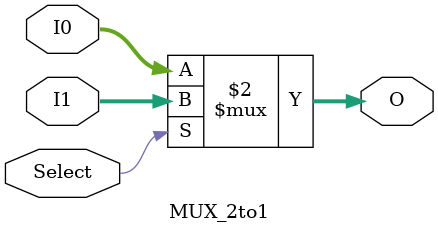
<source format=v>

module MUX_2to1 (
    output wire [31:0] O,
    input  wire [31:0] I0,
    input  wire [31:0] I1,
    input  wire        Select
);

assign O = (Select == 1'b0) ? I0: I1;
    
endmodule

</source>
